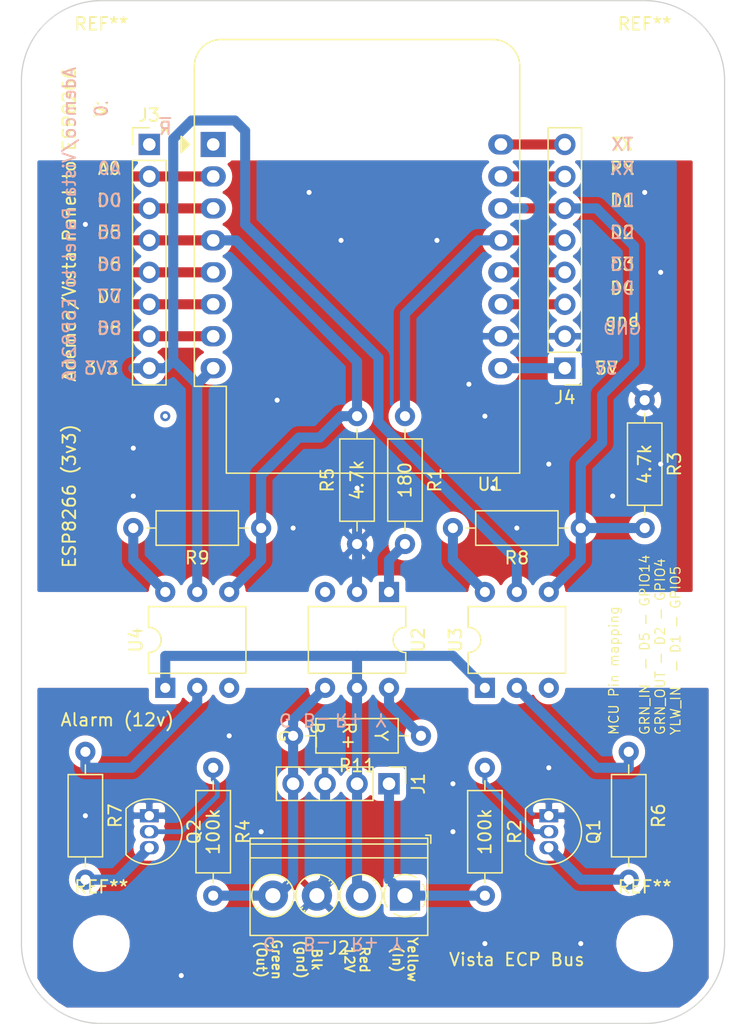
<source format=kicad_pcb>
(kicad_pcb (version 20171130) (host pcbnew "(5.1.2-1)-1")
  (layers (0 F.Cu signal) (31 B.Cu signal) (34 B.Paste user) (35 F.Paste user) (36 B.SilkS user) (37 F.SilkS user) (38 B.Mask user) (39 F.Mask user) (44 Edge.Cuts user))
  (net 0 "")
  (net 1 /Green)
  (net 2 /Black)
  (net 3 /Red)
  (net 4 /Yellow)
  (net 5 "Net-(R1-Pad2)")
  (net 6 /GREENOUT)
  (net 7 GND)
  (net 8 "Net-(R7-Pad1)")
  (net 9 /GREENIN)
  (net 10 /YELLOWIN)
  (net 11 +3V3)
  (net 12 "Net-(U2-Pad3)")
  (net 13 "Net-(U3-Pad3)")
  (net 14 "Net-(U4-Pad3)")
  (net 15 "Net-(Q1-Pad3)")
  (net 16 "Net-(Q1-Pad2)")
  (net 17 "Net-(Q2-Pad3)")
  (net 18 "Net-(Q2-Pad2)")
  (net 19 "Net-(R6-Pad1)")
  (net 20 "Net-(R8-Pad2)")
  (net 21 "Net-(R9-Pad2)")
  (net 22 "Net-(R11-Pad1)")
  (net 23 /D8)
  (net 24 /D7)
  (net 25 /D6)
  (net 26 /D0)
  (net 27 /A0)
  (net 28 /~RST)
  (net 29 /TX)
  (net 30 /RX)
  (net 31 /D3)
  (net 32 /D4)
  (net 33 /5V)
  (module Connector_PinHeader_2.54mm:PinHeader_1x08_P2.54mm_Vertical (layer F.Cu) (at 127 140.97 180)
    (fp_text reference J4 (at 0 -2.33) (layer F.SilkS))
    (fp_text value Conn_01x08_Male)
    (fp_line (start -1.33 -1.33) (end 0 -1.33) (layer F.SilkS) (width 0.12))
    (fp_line (start -1.33 0) (end -1.33 -1.33) (layer F.SilkS) (width 0.12))
    (fp_line (start -1.33 1.27) (end 1.33 1.27) (layer F.SilkS) (width 0.12))
    (fp_line (start 1.33 1.27) (end 1.33 19.11) (layer F.SilkS) (width 0.12))
    (fp_line (start -1.33 1.27) (end -1.33 19.11) (layer F.SilkS) (width 0.12))
    (fp_line (start -1.33 19.11) (end 1.33 19.11) (layer F.SilkS) (width 0.12))
    (pad 8 thru_hole oval (at 0 17.78 180) (size 1.7 1.7) (drill 1) (layers *.Cu *.Mask) (net 29 /TX))
    (pad 7 thru_hole oval (at 0 15.24 180) (size 1.7 1.7) (drill 1) (layers *.Cu *.Mask) (net 30 /RX))
    (pad 6 thru_hole oval (at 0 12.7 180) (size 1.7 1.7) (drill 1) (layers *.Cu *.Mask) (net 10 /YELLOWIN))
    (pad 5 thru_hole oval (at 0 10.16 180) (size 1.7 1.7) (drill 1) (layers *.Cu *.Mask) (net 6 /GREENOUT))
    (pad 4 thru_hole oval (at 0 7.62 180) (size 1.7 1.7) (drill 1) (layers *.Cu *.Mask) (net 31 /D3))
    (pad 3 thru_hole oval (at 0 5.08 180) (size 1.7 1.7) (drill 1) (layers *.Cu *.Mask) (net 32 /D4))
    (pad 2 thru_hole oval (at 0 2.54 180) (size 1.7 1.7) (drill 1) (layers *.Cu *.Mask) (net 7 GND))
    (pad 1 thru_hole rect (at 0 0 180) (size 1.7 1.7) (drill 1) (layers *.Cu *.Mask) (net 33 /5V))
  )
  (module Connector_PinHeader_2.54mm:PinHeader_1x08_P2.54mm_Vertical (layer F.Cu) (at 93.98 123.19)
    (fp_text reference J3 (at 0 -2.33) (layer F.SilkS))
    (fp_text value Conn_01x08_Male)
    (fp_line (start -1.33 -1.33) (end 0 -1.33) (layer F.SilkS) (width 0.12))
    (fp_line (start -1.33 0) (end -1.33 -1.33) (layer F.SilkS) (width 0.12))
    (fp_line (start -1.33 1.27) (end 1.33 1.27) (layer F.SilkS) (width 0.12))
    (fp_line (start 1.33 1.27) (end 1.33 19.11) (layer F.SilkS) (width 0.12))
    (fp_line (start -1.33 1.27) (end -1.33 19.11) (layer F.SilkS) (width 0.12))
    (fp_line (start -1.33 19.11) (end 1.33 19.11) (layer F.SilkS) (width 0.12))
    (pad 8 thru_hole oval (at 0 17.78) (size 1.7 1.7) (drill 1) (layers *.Cu *.Mask) (net 11 +3V3))
    (pad 7 thru_hole oval (at 0 15.24) (size 1.7 1.7) (drill 1) (layers *.Cu *.Mask) (net 23 /D8))
    (pad 6 thru_hole oval (at 0 12.7) (size 1.7 1.7) (drill 1) (layers *.Cu *.Mask) (net 24 /D7))
    (pad 5 thru_hole oval (at 0 10.16) (size 1.7 1.7) (drill 1) (layers *.Cu *.Mask) (net 25 /D6))
    (pad 4 thru_hole oval (at 0 7.62) (size 1.7 1.7) (drill 1) (layers *.Cu *.Mask) (net 9 /GREENIN))
    (pad 3 thru_hole oval (at 0 5.08) (size 1.7 1.7) (drill 1) (layers *.Cu *.Mask) (net 26 /D0))
    (pad 2 thru_hole oval (at 0 2.54) (size 1.7 1.7) (drill 1) (layers *.Cu *.Mask) (net 27 /A0))
    (pad 1 thru_hole rect (at 0 0) (size 1.7 1.7) (drill 1) (layers *.Cu *.Mask) (net 28 /~RST))
  )
  (module Resistor_THT:R_Axial_DIN0207_L6.3mm_D2.5mm_P10.16mm_Horizontal (layer F.Cu) (at 115.57 170.18 180)
    (fp_text reference R11 (at 5.08 -2.37) (layer F.SilkS))
    (fp_text value 1M)
    (fp_line (start 9.12 0) (end 8.35 0) (layer F.SilkS) (width 0.12))
    (fp_line (start 1.04 0) (end 1.81 0) (layer F.SilkS) (width 0.12))
    (fp_line (start 8.35 -1.37) (end 1.81 -1.37) (layer F.SilkS) (width 0.12))
    (fp_line (start 8.35 1.37) (end 8.35 -1.37) (layer F.SilkS) (width 0.12))
    (fp_line (start 1.81 1.37) (end 8.35 1.37) (layer F.SilkS) (width 0.12))
    (fp_line (start 1.81 -1.37) (end 1.81 1.37) (layer F.SilkS) (width 0.12))
    (pad 2 thru_hole oval (at 10.16 0 180) (size 1.6 1.6) (drill 0.8) (layers *.Cu *.Mask) (net 1 /Green))
    (pad 1 thru_hole circle (at 0 0 180) (size 1.6 1.6) (drill 0.8) (layers *.Cu *.Mask) (net 22 "Net-(R11-Pad1)"))
  )
  (module MountingHole:MountingHole_3.5mm (layer F.Cu) (at 90.17 186.69)
    (fp_text reference REF** (at 0 -4.5) (layer F.SilkS))
    (fp_text value MountingHole_3.5mm)
    (pad 1 np_thru_hole circle (at 0 0) (size 3.5 3.5) (drill 3.5) (layers *.Cu *.Mask))
  )
  (module MountingHole:MountingHole_3.5mm (layer F.Cu) (at 133.35 186.69)
    (fp_text reference REF** (at 0 -4.5) (layer F.SilkS))
    (fp_text value MountingHole_3.5mm)
    (pad 1 np_thru_hole circle (at 0 0) (size 3.5 3.5) (drill 3.5) (layers *.Cu *.Mask))
  )
  (module MountingHole:MountingHole_3.5mm (layer F.Cu) (at 90.17 118.11)
    (fp_text reference REF** (at 0 -4.5) (layer F.SilkS))
    (fp_text value MountingHole_3.5mm)
    (pad 1 np_thru_hole circle (at 0 0) (size 3.5 3.5) (drill 3.5) (layers *.Cu *.Mask))
  )
  (module MountingHole:MountingHole_3.5mm (layer F.Cu) (at 133.35 118.11)
    (fp_text reference REF** (at 0 -4.5) (layer F.SilkS))
    (fp_text value MountingHole_3.5mm)
    (pad 1 np_thru_hole circle (at 0 0) (size 3.5 3.5) (drill 3.5) (layers *.Cu *.Mask))
  )
  (module Connector_PinHeader_2.54mm:PinHeader_1x04_P2.54mm_Vertical (layer F.Cu) (at 113.03 173.99 270)
    (fp_text reference J1 (at 0 -2.33 90) (layer F.SilkS))
    (fp_text value Conn_01x04_Male)
    (fp_line (start -1.33 -1.33) (end 0 -1.33) (layer F.SilkS) (width 0.12))
    (fp_line (start -1.33 0) (end -1.33 -1.33) (layer F.SilkS) (width 0.12))
    (fp_line (start -1.33 1.27) (end 1.33 1.27) (layer F.SilkS) (width 0.12))
    (fp_line (start 1.33 1.27) (end 1.33 8.95) (layer F.SilkS) (width 0.12))
    (fp_line (start -1.33 1.27) (end -1.33 8.95) (layer F.SilkS) (width 0.12))
    (fp_line (start -1.33 8.95) (end 1.33 8.95) (layer F.SilkS) (width 0.12))
    (pad 4 thru_hole oval (at 0 7.62 270) (size 1.7 1.7) (drill 1) (layers *.Cu *.Mask) (net 1 /Green))
    (pad 3 thru_hole oval (at 0 5.08 270) (size 1.7 1.7) (drill 1) (layers *.Cu *.Mask) (net 2 /Black))
    (pad 2 thru_hole oval (at 0 2.54 270) (size 1.7 1.7) (drill 1) (layers *.Cu *.Mask) (net 3 /Red))
    (pad 1 thru_hole rect (at 0 0 270) (size 1.7 1.7) (drill 1) (layers *.Cu *.Mask) (net 4 /Yellow))
  )
  (module Package_DIP:DIP-6_W7.62mm (layer F.Cu) (at 95.25 166.37 90)
    (fp_text reference U4 (at 3.81 -2.33 90) (layer F.SilkS))
    (fp_text value 4N36)
    (fp_line (start 6.46 -1.33) (end 4.81 -1.33) (layer F.SilkS) (width 0.12))
    (fp_line (start 6.46 6.41) (end 6.46 -1.33) (layer F.SilkS) (width 0.12))
    (fp_line (start 1.16 6.41) (end 6.46 6.41) (layer F.SilkS) (width 0.12))
    (fp_line (start 1.16 -1.33) (end 1.16 6.41) (layer F.SilkS) (width 0.12))
    (fp_line (start 2.81 -1.33) (end 1.16 -1.33) (layer F.SilkS) (width 0.12))
    (fp_arc (start 3.81 -1.33) (end 2.81 -1.33) (angle -180) (layer F.SilkS) (width 0.12))
    (pad 6 thru_hole oval (at 7.62 0 90) (size 1.6 1.6) (drill 0.8) (layers *.Cu *.Mask) (net 21 "Net-(R9-Pad2)"))
    (pad 3 thru_hole oval (at 0 5.08 90) (size 1.6 1.6) (drill 0.8) (layers *.Cu *.Mask) (net 14 "Net-(U4-Pad3)"))
    (pad 5 thru_hole oval (at 7.62 2.54 90) (size 1.6 1.6) (drill 0.8) (layers *.Cu *.Mask) (net 11 +3V3))
    (pad 2 thru_hole oval (at 0 2.54 90) (size 1.6 1.6) (drill 0.8) (layers *.Cu *.Mask) (net 8 "Net-(R7-Pad1)"))
    (pad 4 thru_hole oval (at 7.62 5.08 90) (size 1.6 1.6) (drill 0.8) (layers *.Cu *.Mask) (net 9 /GREENIN))
    (pad 1 thru_hole rect (at 0 0 90) (size 1.6 1.6) (drill 0.8) (layers *.Cu *.Mask) (net 3 /Red))
  )
  (module Package_DIP:DIP-6_W7.62mm (layer F.Cu) (at 120.65 166.37 90)
    (fp_text reference U3 (at 3.81 -2.33 90) (layer F.SilkS))
    (fp_text value 4N36)
    (fp_line (start 6.46 -1.33) (end 4.81 -1.33) (layer F.SilkS) (width 0.12))
    (fp_line (start 6.46 6.41) (end 6.46 -1.33) (layer F.SilkS) (width 0.12))
    (fp_line (start 1.16 6.41) (end 6.46 6.41) (layer F.SilkS) (width 0.12))
    (fp_line (start 1.16 -1.33) (end 1.16 6.41) (layer F.SilkS) (width 0.12))
    (fp_line (start 2.81 -1.33) (end 1.16 -1.33) (layer F.SilkS) (width 0.12))
    (fp_arc (start 3.81 -1.33) (end 2.81 -1.33) (angle -180) (layer F.SilkS) (width 0.12))
    (pad 6 thru_hole oval (at 7.62 0 90) (size 1.6 1.6) (drill 0.8) (layers *.Cu *.Mask) (net 20 "Net-(R8-Pad2)"))
    (pad 3 thru_hole oval (at 0 5.08 90) (size 1.6 1.6) (drill 0.8) (layers *.Cu *.Mask) (net 13 "Net-(U3-Pad3)"))
    (pad 5 thru_hole oval (at 7.62 2.54 90) (size 1.6 1.6) (drill 0.8) (layers *.Cu *.Mask) (net 11 +3V3))
    (pad 2 thru_hole oval (at 0 2.54 90) (size 1.6 1.6) (drill 0.8) (layers *.Cu *.Mask) (net 19 "Net-(R6-Pad1)"))
    (pad 4 thru_hole oval (at 7.62 5.08 90) (size 1.6 1.6) (drill 0.8) (layers *.Cu *.Mask) (net 10 /YELLOWIN))
    (pad 1 thru_hole rect (at 0 0 90) (size 1.6 1.6) (drill 0.8) (layers *.Cu *.Mask) (net 3 /Red))
  )
  (module Package_DIP:DIP-6_W7.62mm (layer F.Cu) (at 113.03 158.75 270)
    (fp_text reference U2 (at 3.81 -2.33 90) (layer F.SilkS))
    (fp_text value 4N36)
    (fp_line (start 6.46 -1.33) (end 4.81 -1.33) (layer F.SilkS) (width 0.12))
    (fp_line (start 6.46 6.41) (end 6.46 -1.33) (layer F.SilkS) (width 0.12))
    (fp_line (start 1.16 6.41) (end 6.46 6.41) (layer F.SilkS) (width 0.12))
    (fp_line (start 1.16 -1.33) (end 1.16 6.41) (layer F.SilkS) (width 0.12))
    (fp_line (start 2.81 -1.33) (end 1.16 -1.33) (layer F.SilkS) (width 0.12))
    (fp_arc (start 3.81 -1.33) (end 2.81 -1.33) (angle -180) (layer F.SilkS) (width 0.12))
    (pad 6 thru_hole oval (at 7.62 0 270) (size 1.6 1.6) (drill 0.8) (layers *.Cu *.Mask) (net 22 "Net-(R11-Pad1)"))
    (pad 3 thru_hole oval (at 0 5.08 270) (size 1.6 1.6) (drill 0.8) (layers *.Cu *.Mask) (net 12 "Net-(U2-Pad3)"))
    (pad 5 thru_hole oval (at 7.62 2.54 270) (size 1.6 1.6) (drill 0.8) (layers *.Cu *.Mask) (net 3 /Red))
    (pad 2 thru_hole oval (at 0 2.54 270) (size 1.6 1.6) (drill 0.8) (layers *.Cu *.Mask) (net 7 GND))
    (pad 4 thru_hole oval (at 7.62 5.08 270) (size 1.6 1.6) (drill 0.8) (layers *.Cu *.Mask) (net 1 /Green))
    (pad 1 thru_hole rect (at 0 0 270) (size 1.6 1.6) (drill 0.8) (layers *.Cu *.Mask) (net 5 "Net-(R1-Pad2)"))
  )
  (module Resistor_THT:R_Axial_DIN0207_L6.3mm_D2.5mm_P10.16mm_Horizontal (layer F.Cu) (at 102.87 153.67 180)
    (fp_text reference R9 (at 5.08 -2.37) (layer F.SilkS))
    (fp_text value 1M)
    (fp_line (start 9.12 0) (end 8.35 0) (layer F.SilkS) (width 0.12))
    (fp_line (start 1.04 0) (end 1.81 0) (layer F.SilkS) (width 0.12))
    (fp_line (start 8.35 -1.37) (end 1.81 -1.37) (layer F.SilkS) (width 0.12))
    (fp_line (start 8.35 1.37) (end 8.35 -1.37) (layer F.SilkS) (width 0.12))
    (fp_line (start 1.81 1.37) (end 8.35 1.37) (layer F.SilkS) (width 0.12))
    (fp_line (start 1.81 -1.37) (end 1.81 1.37) (layer F.SilkS) (width 0.12))
    (pad 2 thru_hole oval (at 10.16 0 180) (size 1.6 1.6) (drill 0.8) (layers *.Cu *.Mask) (net 21 "Net-(R9-Pad2)"))
    (pad 1 thru_hole circle (at 0 0 180) (size 1.6 1.6) (drill 0.8) (layers *.Cu *.Mask) (net 9 /GREENIN))
  )
  (module Resistor_THT:R_Axial_DIN0207_L6.3mm_D2.5mm_P10.16mm_Horizontal (layer F.Cu) (at 128.27 153.67 180)
    (fp_text reference R8 (at 5.08 -2.37) (layer F.SilkS))
    (fp_text value 1M)
    (fp_line (start 9.12 0) (end 8.35 0) (layer F.SilkS) (width 0.12))
    (fp_line (start 1.04 0) (end 1.81 0) (layer F.SilkS) (width 0.12))
    (fp_line (start 8.35 -1.37) (end 1.81 -1.37) (layer F.SilkS) (width 0.12))
    (fp_line (start 8.35 1.37) (end 8.35 -1.37) (layer F.SilkS) (width 0.12))
    (fp_line (start 1.81 1.37) (end 8.35 1.37) (layer F.SilkS) (width 0.12))
    (fp_line (start 1.81 -1.37) (end 1.81 1.37) (layer F.SilkS) (width 0.12))
    (pad 2 thru_hole oval (at 10.16 0 180) (size 1.6 1.6) (drill 0.8) (layers *.Cu *.Mask) (net 20 "Net-(R8-Pad2)"))
    (pad 1 thru_hole circle (at 0 0 180) (size 1.6 1.6) (drill 0.8) (layers *.Cu *.Mask) (net 10 /YELLOWIN))
  )
  (module Resistor_THT:R_Axial_DIN0207_L6.3mm_D2.5mm_P10.16mm_Horizontal (layer F.Cu) (at 88.9 171.45 270)
    (fp_text reference R7 (at 5.08 -2.37 90) (layer F.SilkS))
    (fp_text value 2k)
    (fp_line (start 9.12 0) (end 8.35 0) (layer F.SilkS) (width 0.12))
    (fp_line (start 1.04 0) (end 1.81 0) (layer F.SilkS) (width 0.12))
    (fp_line (start 8.35 -1.37) (end 1.81 -1.37) (layer F.SilkS) (width 0.12))
    (fp_line (start 8.35 1.37) (end 8.35 -1.37) (layer F.SilkS) (width 0.12))
    (fp_line (start 1.81 1.37) (end 8.35 1.37) (layer F.SilkS) (width 0.12))
    (fp_line (start 1.81 -1.37) (end 1.81 1.37) (layer F.SilkS) (width 0.12))
    (pad 2 thru_hole oval (at 10.16 0 270) (size 1.6 1.6) (drill 0.8) (layers *.Cu *.Mask) (net 17 "Net-(Q2-Pad3)"))
    (pad 1 thru_hole circle (at 0 0 270) (size 1.6 1.6) (drill 0.8) (layers *.Cu *.Mask) (net 8 "Net-(R7-Pad1)"))
  )
  (module Resistor_THT:R_Axial_DIN0207_L6.3mm_D2.5mm_P10.16mm_Horizontal (layer F.Cu) (at 132.08 171.45 270)
    (fp_text reference R6 (at 5.08 -2.37 90) (layer F.SilkS))
    (fp_text value 2k)
    (fp_line (start 9.12 0) (end 8.35 0) (layer F.SilkS) (width 0.12))
    (fp_line (start 1.04 0) (end 1.81 0) (layer F.SilkS) (width 0.12))
    (fp_line (start 8.35 -1.37) (end 1.81 -1.37) (layer F.SilkS) (width 0.12))
    (fp_line (start 8.35 1.37) (end 8.35 -1.37) (layer F.SilkS) (width 0.12))
    (fp_line (start 1.81 1.37) (end 8.35 1.37) (layer F.SilkS) (width 0.12))
    (fp_line (start 1.81 -1.37) (end 1.81 1.37) (layer F.SilkS) (width 0.12))
    (pad 2 thru_hole oval (at 10.16 0 270) (size 1.6 1.6) (drill 0.8) (layers *.Cu *.Mask) (net 15 "Net-(Q1-Pad3)"))
    (pad 1 thru_hole circle (at 0 0 270) (size 1.6 1.6) (drill 0.8) (layers *.Cu *.Mask) (net 19 "Net-(R6-Pad1)"))
  )
  (module Package_TO_SOT_THT:TO-92_Inline (layer F.Cu) (at 93.98 176.53 270)
    (fp_text reference Q2 (at 1.27 -3.56 90) (layer F.SilkS))
    (fp_text value 2N3904)
    (fp_arc (start 1.27 0) (end 1.27 -2.6) (angle 135) (layer F.SilkS) (width 0.12))
    (fp_arc (start 1.27 0) (end 1.27 -2.6) (angle -135) (layer F.SilkS) (width 0.12))
    (fp_line (start -0.53 1.85) (end 3.07 1.85) (layer F.SilkS) (width 0.12))
    (pad 1 thru_hole rect (at 0 0 270) (size 1.05 1.5) (drill 0.75) (layers *.Cu *.Mask) (net 2 /Black))
    (pad 3 thru_hole oval (at 2.54 0 270) (size 1.05 1.5) (drill 0.75) (layers *.Cu *.Mask) (net 17 "Net-(Q2-Pad3)"))
    (pad 2 thru_hole oval (at 1.27 0 270) (size 1.05 1.5) (drill 0.75) (layers *.Cu *.Mask) (net 18 "Net-(Q2-Pad2)"))
  )
  (module Package_TO_SOT_THT:TO-92_Inline (layer F.Cu) (at 125.73 176.53 270)
    (fp_text reference Q1 (at 1.27 -3.56 90) (layer F.SilkS))
    (fp_text value 2N3904)
    (fp_arc (start 1.27 0) (end 1.27 -2.6) (angle 135) (layer F.SilkS) (width 0.12))
    (fp_arc (start 1.27 0) (end 1.27 -2.6) (angle -135) (layer F.SilkS) (width 0.12))
    (fp_line (start -0.53 1.85) (end 3.07 1.85) (layer F.SilkS) (width 0.12))
    (pad 1 thru_hole rect (at 0 0 270) (size 1.05 1.5) (drill 0.75) (layers *.Cu *.Mask) (net 2 /Black))
    (pad 3 thru_hole oval (at 2.54 0 270) (size 1.05 1.5) (drill 0.75) (layers *.Cu *.Mask) (net 15 "Net-(Q1-Pad3)"))
    (pad 2 thru_hole oval (at 1.27 0 270) (size 1.05 1.5) (drill 0.75) (layers *.Cu *.Mask) (net 16 "Net-(Q1-Pad2)"))
  )
  (module Resistor_THT:R_Axial_DIN0207_L6.3mm_D2.5mm_P10.16mm_Horizontal (layer F.Cu) (at 99.06 172.72 270)
    (fp_text reference R4 (at 5.08 -2.37 90) (layer F.SilkS))
    (fp_text value 100k (at 5.08 0 90) (layer F.SilkS))
    (fp_line (start 9.12 0) (end 8.35 0) (layer F.SilkS) (width 0.12))
    (fp_line (start 1.04 0) (end 1.81 0) (layer F.SilkS) (width 0.12))
    (fp_line (start 8.35 -1.37) (end 1.81 -1.37) (layer F.SilkS) (width 0.12))
    (fp_line (start 8.35 1.37) (end 8.35 -1.37) (layer F.SilkS) (width 0.12))
    (fp_line (start 1.81 1.37) (end 8.35 1.37) (layer F.SilkS) (width 0.12))
    (fp_line (start 1.81 -1.37) (end 1.81 1.37) (layer F.SilkS) (width 0.12))
    (pad 2 thru_hole oval (at 10.16 0 270) (size 1.6 1.6) (drill 0.8) (layers *.Cu *.Mask) (net 1 /Green))
    (pad 1 thru_hole circle (at 0 0 270) (size 1.6 1.6) (drill 0.8) (layers *.Cu *.Mask) (net 18 "Net-(Q2-Pad2)"))
  )
  (module Module:WEMOS_D1_mini_light (layer F.Cu) (at 99.06 123.19)
    (fp_text reference U1 (at 22 27) (layer F.SilkS))
    (fp_text value WeMos_D1_mini)
    (fp_arc (start 22.23 -6.21) (end 24.36 -6.21) (angle -90) (layer F.SilkS) (width 0.12))
    (fp_arc (start 0.63 -6.21) (end 0.63 -8.34) (angle -90) (layer F.SilkS) (width 0.12))
    (fp_line (start 1.04 19.22) (end 1.04 26.12) (layer F.SilkS) (width 0.12))
    (fp_line (start -1.5 19.22) (end 1.04 19.22) (layer F.SilkS) (width 0.12))
    (fp_poly (pts (xy -2.54 -0.635) (xy -2.54 0.635) (xy -1.905 0)) (layer F.SilkS) (width 0.15))
    (fp_line (start 22.24 -8.34) (end 0.63 -8.34) (layer F.SilkS) (width 0.12))
    (fp_line (start 24.36 26.12) (end 24.36 -6.21) (layer F.SilkS) (width 0.12))
    (fp_line (start -1.5 19.22) (end -1.5 -6.21) (layer F.SilkS) (width 0.12))
    (fp_line (start 1.04 26.12) (end 24.36 26.12) (layer F.SilkS) (width 0.12))
    (pad 16 thru_hole oval (at 22.86 0) (size 2 1.6) (drill 1) (layers *.Cu *.Mask) (net 29 /TX))
    (pad 15 thru_hole oval (at 22.86 2.54) (size 2 1.6) (drill 1) (layers *.Cu *.Mask) (net 30 /RX))
    (pad 14 thru_hole oval (at 22.86 5.08) (size 2 1.6) (drill 1) (layers *.Cu *.Mask) (net 10 /YELLOWIN))
    (pad 13 thru_hole oval (at 22.86 7.62) (size 2 1.6) (drill 1) (layers *.Cu *.Mask) (net 6 /GREENOUT))
    (pad 12 thru_hole oval (at 22.86 10.16) (size 2 1.6) (drill 1) (layers *.Cu *.Mask) (net 31 /D3))
    (pad 11 thru_hole oval (at 22.86 12.7) (size 2 1.6) (drill 1) (layers *.Cu *.Mask) (net 32 /D4))
    (pad 10 thru_hole oval (at 22.86 15.24) (size 2 1.6) (drill 1) (layers *.Cu *.Mask) (net 7 GND))
    (pad 9 thru_hole oval (at 22.86 17.78) (size 2 1.6) (drill 1) (layers *.Cu *.Mask) (net 33 /5V))
    (pad 8 thru_hole oval (at 0 17.78) (size 2 1.6) (drill 1) (layers *.Cu *.Mask) (net 11 +3V3))
    (pad 7 thru_hole oval (at 0 15.24) (size 2 1.6) (drill 1) (layers *.Cu *.Mask) (net 23 /D8))
    (pad 6 thru_hole oval (at 0 12.7) (size 2 1.6) (drill 1) (layers *.Cu *.Mask) (net 24 /D7))
    (pad 5 thru_hole oval (at 0 10.16) (size 2 1.6) (drill 1) (layers *.Cu *.Mask) (net 25 /D6))
    (pad 4 thru_hole oval (at 0 7.62) (size 2 1.6) (drill 1) (layers *.Cu *.Mask) (net 9 /GREENIN))
    (pad 3 thru_hole oval (at 0 5.08) (size 2 1.6) (drill 1) (layers *.Cu *.Mask) (net 26 /D0))
    (pad 1 thru_hole rect (at 0 0) (size 2 2) (drill 1) (layers *.Cu *.Mask) (net 28 /~RST))
    (pad 2 thru_hole oval (at 0 2.54) (size 2 1.6) (drill 1) (layers *.Cu *.Mask) (net 27 /A0))
  )
  (module TerminalBlock_Phoenix:TerminalBlock_Phoenix_PT-1,5-4-3.5-H_1x04_P3.50mm_Horizontal (layer F.Cu) (at 114.3 182.88 180)
    (fp_text reference J2 (at 5.25 -4.16) (layer F.SilkS))
    (fp_text value Screw_Terminal_01x04)
    (fp_line (start -2.05 4.8) (end -1.65 4.8) (layer F.SilkS) (width 0.12))
    (fp_line (start -2.05 4.16) (end -2.05 4.8) (layer F.SilkS) (width 0.12))
    (fp_line (start 9.355 0.941) (end 9.226 1.069) (layer F.SilkS) (width 0.12))
    (fp_line (start 11.57 -1.275) (end 11.476 -1.181) (layer F.SilkS) (width 0.12))
    (fp_line (start 9.525 1.181) (end 9.431 1.274) (layer F.SilkS) (width 0.12))
    (fp_line (start 11.775 -1.069) (end 11.646 -0.941) (layer F.SilkS) (width 0.12))
    (fp_line (start 5.855 0.941) (end 5.726 1.069) (layer F.SilkS) (width 0.12))
    (fp_line (start 8.07 -1.275) (end 7.976 -1.181) (layer F.SilkS) (width 0.12))
    (fp_line (start 6.025 1.181) (end 5.931 1.274) (layer F.SilkS) (width 0.12))
    (fp_line (start 8.275 -1.069) (end 8.146 -0.941) (layer F.SilkS) (width 0.12))
    (fp_line (start 2.355 0.941) (end 2.226 1.069) (layer F.SilkS) (width 0.12))
    (fp_line (start 4.57 -1.275) (end 4.476 -1.181) (layer F.SilkS) (width 0.12))
    (fp_line (start 2.525 1.181) (end 2.431 1.274) (layer F.SilkS) (width 0.12))
    (fp_line (start 4.775 -1.069) (end 4.646 -0.941) (layer F.SilkS) (width 0.12))
    (fp_line (start 12.31 -3.16) (end 12.31 4.56) (layer F.SilkS) (width 0.12))
    (fp_line (start -1.81 -3.16) (end -1.81 4.56) (layer F.SilkS) (width 0.12))
    (fp_line (start -1.81 4.56) (end 12.31 4.56) (layer F.SilkS) (width 0.12))
    (fp_line (start -1.81 -3.16) (end 12.31 -3.16) (layer F.SilkS) (width 0.12))
    (fp_line (start -1.81 3) (end 12.31 3) (layer F.SilkS) (width 0.12))
    (fp_line (start -1.81 4.1) (end 12.31 4.1) (layer F.SilkS) (width 0.12))
    (fp_circle (center 10.5 0) (end 12.18 0) (layer F.SilkS) (width 0.12))
    (fp_circle (center 7 0) (end 8.68 0) (layer F.SilkS) (width 0.12))
    (fp_circle (center 3.5 0) (end 5.18 0) (layer F.SilkS) (width 0.12))
    (fp_arc (start 0 0) (end -0.866 1.44) (angle -32) (layer F.SilkS) (width 0.12))
    (fp_arc (start 0 0) (end -1.44 -0.866) (angle -63) (layer F.SilkS) (width 0.12))
    (fp_arc (start 0 0) (end 0.866 -1.44) (angle -63) (layer F.SilkS) (width 0.12))
    (fp_arc (start 0 0) (end 1.425 0.891) (angle -64) (layer F.SilkS) (width 0.12))
    (fp_arc (start 0 0) (end 0 1.68) (angle -32) (layer F.SilkS) (width 0.12))
    (pad 4 thru_hole circle (at 10.5 0 180) (size 2.4 2.4) (drill 1.2) (layers *.Cu *.Mask) (net 1 /Green))
    (pad 3 thru_hole circle (at 7 0 180) (size 2.4 2.4) (drill 1.2) (layers *.Cu *.Mask) (net 2 /Black))
    (pad 2 thru_hole circle (at 3.5 0 180) (size 2.4 2.4) (drill 1.2) (layers *.Cu *.Mask) (net 3 /Red))
    (pad 1 thru_hole rect (at 0 0 180) (size 2.4 2.4) (drill 1.2) (layers *.Cu *.Mask) (net 4 /Yellow))
  )
  (module Resistor_THT:R_Axial_DIN0207_L6.3mm_D2.5mm_P10.16mm_Horizontal (layer F.Cu) (at 114.3 144.78 270)
    (fp_text reference R1 (at 5.08 -2.37 90) (layer F.SilkS))
    (fp_text value 180 (at 5.08 0 90) (layer F.SilkS))
    (fp_line (start 9.12 0) (end 8.35 0) (layer F.SilkS) (width 0.12))
    (fp_line (start 1.04 0) (end 1.81 0) (layer F.SilkS) (width 0.12))
    (fp_line (start 8.35 -1.37) (end 1.81 -1.37) (layer F.SilkS) (width 0.12))
    (fp_line (start 8.35 1.37) (end 8.35 -1.37) (layer F.SilkS) (width 0.12))
    (fp_line (start 1.81 1.37) (end 8.35 1.37) (layer F.SilkS) (width 0.12))
    (fp_line (start 1.81 -1.37) (end 1.81 1.37) (layer F.SilkS) (width 0.12))
    (pad 2 thru_hole oval (at 10.16 0 270) (size 1.6 1.6) (drill 0.8) (layers *.Cu *.Mask) (net 5 "Net-(R1-Pad2)"))
    (pad 1 thru_hole circle (at 0 0 270) (size 1.6 1.6) (drill 0.8) (layers *.Cu *.Mask) (net 6 /GREENOUT))
  )
  (module Resistor_THT:R_Axial_DIN0207_L6.3mm_D2.5mm_P10.16mm_Horizontal (layer F.Cu) (at 133.35 143.51 270)
    (fp_text reference R3 (at 5.08 -2.37 90) (layer F.SilkS))
    (fp_text value 4.7k (at 5.08 0 90) (layer F.SilkS))
    (fp_line (start 9.12 0) (end 8.35 0) (layer F.SilkS) (width 0.12))
    (fp_line (start 1.04 0) (end 1.81 0) (layer F.SilkS) (width 0.12))
    (fp_line (start 8.35 -1.37) (end 1.81 -1.37) (layer F.SilkS) (width 0.12))
    (fp_line (start 8.35 1.37) (end 8.35 -1.37) (layer F.SilkS) (width 0.12))
    (fp_line (start 1.81 1.37) (end 8.35 1.37) (layer F.SilkS) (width 0.12))
    (fp_line (start 1.81 -1.37) (end 1.81 1.37) (layer F.SilkS) (width 0.12))
    (pad 2 thru_hole oval (at 10.16 0 270) (size 1.6 1.6) (drill 0.8) (layers *.Cu *.Mask) (net 10 /YELLOWIN))
    (pad 1 thru_hole circle (at 0 0 270) (size 1.6 1.6) (drill 0.8) (layers *.Cu *.Mask) (net 7 GND))
  )
  (module Resistor_THT:R_Axial_DIN0207_L6.3mm_D2.5mm_P10.16mm_Horizontal (layer F.Cu) (at 110.49 154.94 90)
    (fp_text reference R5 (at 5.08 -2.37 90) (layer F.SilkS))
    (fp_text value 4.7k (at 5.08 0 90) (layer F.SilkS))
    (fp_line (start 9.12 0) (end 8.35 0) (layer F.SilkS) (width 0.12))
    (fp_line (start 1.04 0) (end 1.81 0) (layer F.SilkS) (width 0.12))
    (fp_line (start 8.35 -1.37) (end 1.81 -1.37) (layer F.SilkS) (width 0.12))
    (fp_line (start 8.35 1.37) (end 8.35 -1.37) (layer F.SilkS) (width 0.12))
    (fp_line (start 1.81 1.37) (end 8.35 1.37) (layer F.SilkS) (width 0.12))
    (fp_line (start 1.81 -1.37) (end 1.81 1.37) (layer F.SilkS) (width 0.12))
    (pad 2 thru_hole oval (at 10.16 0 90) (size 1.6 1.6) (drill 0.8) (layers *.Cu *.Mask) (net 9 /GREENIN))
    (pad 1 thru_hole circle (at 0 0 90) (size 1.6 1.6) (drill 0.8) (layers *.Cu *.Mask) (net 7 GND))
  )
  (module Resistor_THT:R_Axial_DIN0207_L6.3mm_D2.5mm_P10.16mm_Horizontal (layer F.Cu) (at 120.65 172.72 270)
    (fp_text reference R2 (at 5.08 -2.37 90) (layer F.SilkS))
    (fp_text value 100k (at 5.08 0 90) (layer F.SilkS))
    (fp_line (start 9.12 0) (end 8.35 0) (layer F.SilkS) (width 0.12))
    (fp_line (start 1.04 0) (end 1.81 0) (layer F.SilkS) (width 0.12))
    (fp_line (start 8.35 -1.37) (end 1.81 -1.37) (layer F.SilkS) (width 0.12))
    (fp_line (start 8.35 1.37) (end 8.35 -1.37) (layer F.SilkS) (width 0.12))
    (fp_line (start 1.81 1.37) (end 8.35 1.37) (layer F.SilkS) (width 0.12))
    (fp_line (start 1.81 -1.37) (end 1.81 1.37) (layer F.SilkS) (width 0.12))
    (pad 2 thru_hole oval (at 10.16 0 270) (size 1.6 1.6) (drill 0.8) (layers *.Cu *.Mask) (net 4 /Yellow))
    (pad 1 thru_hole circle (at 0 0 270) (size 1.6 1.6) (drill 0.8) (layers *.Cu *.Mask) (net 16 "Net-(Q1-Pad2)"))
  )
  (gr_text "MCU Pin mapping\n\nGRN_IN  — D5 — GPIO14\nGRN_OUT — D2 — GPIO4\nYLW_IN  — D1 — GPIO5" (at 133.35 170.18 90) (layer F.SilkS) (effects (font (size 0.762 0.762) (thickness 0.1016)) (justify left)))
  (gr_text "Vista ECP Bus" (at 123.19 187.96) (layer F.SilkS) (effects (font (size 1 1))))
  (gr_text "Blk\n(gnd)" (at 106.68 187.96 270) (layer F.SilkS) (effects (font (size 0.75 0.75))))
  (gr_text "Red\n12V" (at 110.49 187.96 270) (layer F.SilkS) (effects (font (size 0.75 0.75))))
  (gr_text "Yellow\n(In)" (at 114.3 187.96 270) (layer F.SilkS) (effects (font (size 0.75 0.75))))
  (gr_text B- (at 107.315 186.69 180) (layer B.SilkS) (effects (font (size 1 1)) (justify mirror)))
  (gr_text G (at 103.505 186.69 180) (layer B.SilkS) (effects (font (size 1 1)) (justify mirror)))
  (gr_text "Green\n(Out)" (at 103.505 187.96 270) (layer F.SilkS) (effects (font (size 0.75 0.75))))
  (gr_text Y (at 113.665 186.69 180) (layer B.SilkS) (effects (font (size 1 1)) (justify mirror)))
  (gr_text R+ (at 111.125 186.69 180) (layer B.SilkS) (effects (font (size 1 1)) (justify mirror)))
  (gr_line (start 139.7 186.69) (end 139.7 118.11) (layer Edge.Cuts) (width 0.1))
  (gr_arc (start 133.35 186.69) (end 133.35 193.04) (angle -90) (layer Edge.Cuts) (width 0.1))
  (gr_line (start 90.17 193.04) (end 133.35 193.04) (layer Edge.Cuts) (width 0.1))
  (gr_arc (start 90.17 186.69) (end 83.82 186.69) (angle -90) (layer Edge.Cuts) (width 0.1))
  (gr_line (start 83.82 118.11) (end 83.82 186.69) (layer Edge.Cuts) (width 0.1))
  (gr_arc (start 90.17 118.11) (end 90.17 111.76) (angle -90) (layer Edge.Cuts) (width 0.1))
  (gr_line (start 133.35 111.76) (end 90.17 111.76) (layer Edge.Cuts) (width 0.1))
  (gr_arc (start 133.35 118.11) (end 139.7 118.11) (angle -90) (layer Edge.Cuts) (width 0.1))
  (gr_text RX (at 131.572 125.095) (layer B.SilkS) (effects (font (size 1 1)) (justify mirror)))
  (gr_text D1 (at 131.572 127.635) (layer B.SilkS) (effects (font (size 1 1)) (justify mirror)))
  (gr_text D2 (at 131.572 130.175) (layer B.SilkS) (effects (font (size 1 1)) (justify mirror)))
  (gr_text D3 (at 131.572 132.715) (layer B.SilkS) (effects (font (size 1 1)) (justify mirror)))
  (gr_text D4 (at 131.572 134.62) (layer B.SilkS) (effects (font (size 1 1)) (justify mirror)))
  (gr_text GND (at 131.572 137.795) (layer B.SilkS) (effects (font (size 1 1)) (justify mirror)))
  (gr_text 5V (at 130.302 140.97) (layer B.SilkS) (effects (font (size 1 1)) (justify mirror)))
  (gr_text TX (at 131.572 123.19) (layer B.SilkS) (effects (font (size 1 1)) (justify mirror)))
  (gr_text 3V3 (at 90.17 140.97) (layer B.SilkS) (effects (font (size 1 1)) (justify mirror)))
  (gr_text D8 (at 90.805 137.795) (layer B.SilkS) (effects (font (size 1 1)) (justify mirror)))
  (gr_text D7 (at 90.805 135.255) (layer B.SilkS) (effects (font (size 1 1)) (justify mirror)))
  (gr_text D6 (at 90.805 132.715) (layer B.SilkS) (effects (font (size 1 1)) (justify mirror)))
  (gr_text D5 (at 90.805 130.175) (layer B.SilkS) (effects (font (size 1 1)) (justify mirror)))
  (gr_text D0 (at 90.805 127.635) (layer B.SilkS) (effects (font (size 1 1)) (justify mirror)))
  (gr_text A0 (at 90.805 125.095) (layer B.SilkS) (effects (font (size 1 1)) (justify mirror)))
  (gr_text ~R (at 95.25 121.92) (layer B.SilkS) (effects (font (size 1 1)) (justify mirror)))
  (gr_text D5 (at 90.805 130.175) (layer F.SilkS) (effects (font (size 1 1))))
  (gr_text TX (at 131.572 123.19) (layer F.SilkS) (effects (font (size 1 1))))
  (gr_text RX (at 131.572 125.095) (layer F.SilkS) (effects (font (size 1 1))))
  (gr_text D1 (at 131.572 127.635) (layer F.SilkS) (effects (font (size 1 1))))
  (gr_text D2 (at 131.572 130.175) (layer F.SilkS) (effects (font (size 1 1))))
  (gr_text D3 (at 131.572 132.715) (layer F.SilkS) (effects (font (size 1 1))))
  (gr_text D4 (at 131.572 134.62) (layer F.SilkS) (effects (font (size 1 1))))
  (gr_text 5V (at 130.302 140.97) (layer F.SilkS) (effects (font (size 1 1))))
  (gr_text D8 (at 90.805 137.795) (layer F.SilkS) (effects (font (size 1 1))))
  (gr_text D7 (at 90.805 135.255) (layer F.SilkS) (effects (font (size 1 1))))
  (gr_text D6 (at 90.805 132.715) (layer F.SilkS) (effects (font (size 1 1))))
  (gr_text D0 (at 90.805 127.635) (layer F.SilkS) (effects (font (size 1 1))))
  (gr_text A0 (at 90.805 125.095) (layer F.SilkS) (effects (font (size 1 1))))
  (gr_text ~R (at 95.25 121.92) (layer F.SilkS) (effects (font (size 1 1))))
  (gr_text V1.0 (at 90.17 119.38 90) (layer F.SilkS) (effects (font (size 1 1))))
  (gr_text "Ademco/Vista Panel to ESP8266" (at 87.63 129.54 90) (layer B.SilkS) (effects (font (size 1 1)) (justify mirror)))
  (gr_text V1.0 (at 90.17 119.38 90) (layer B.SilkS) (effects (font (size 1 1)) (justify mirror)))
  (gr_text G (at 104.775 168.91 180) (layer B.SilkS) (effects (font (size 1 1)) (justify mirror)))
  (gr_text B- (at 107.315 168.91 180) (layer B.SilkS) (effects (font (size 1 1)) (justify mirror)))
  (gr_text R+ (at 109.855 168.91 180) (layer B.SilkS) (effects (font (size 1 1)) (justify mirror)))
  (gr_text Y (at 112.395 168.91 180) (layer B.SilkS) (effects (font (size 1 1)) (justify mirror)))
  (gr_text "Ademco/Vista Panel to ESP8266" (at 87.63 129.54 90) (layer F.SilkS) (effects (font (size 1 1))))
  (gr_text "ESP8266 (3v3)" (at 87.63 151.13 90) (layer F.SilkS) (effects (font (size 1 1))))
  (gr_text "Alarm (12v)" (at 91.44 168.91) (layer F.SilkS) (effects (font (size 1 1))))
  (gr_text G (at 104.775 170.18 270) (layer F.SilkS) (effects (font (size 1 1))))
  (gr_text B- (at 107.315 170.18 270) (layer F.SilkS) (effects (font (size 1 1))))
  (gr_text R+ (at 109.855 170.18 270) (layer F.SilkS) (effects (font (size 1 1))))
  (gr_text Y (at 112.395 170.18 270) (layer F.SilkS) (effects (font (size 1 1))))
  (gr_text gnd (at 131.572 137.16) (layer F.SilkS) (effects (font (size 1 1))))
  (gr_text 3v3 (at 90.17 140.97) (layer F.SilkS) (effects (font (size 1 1))))
  (via (at 95.25 144.78) (size 0.8) (drill 0.4) (layers F.Cu B.Cu) (net 0))
  (segment (start 104.14 182.88) (end 99.06 182.88) (width 0.8) (layer B.Cu) (net 1))
  (segment (start 105.41 181.61) (end 104.14 182.88) (width 0.8) (layer B.Cu) (net 1))
  (segment (start 105.41 173.99) (end 105.41 181.61) (width 0.8) (layer B.Cu) (net 1))
  (segment (start 105.41 168.91) (end 107.95 166.37) (width 0.8) (layer B.Cu) (net 1))
  (segment (start 105.41 173.99) (end 105.41 168.91) (width 0.8) (layer B.Cu) (net 1))
  (segment (start 107.95 181.61) (end 106.68 182.88) (width 0.8) (layer B.Cu) (net 2))
  (segment (start 107.95 173.99) (end 107.95 181.61) (width 0.8) (layer B.Cu) (net 2))
  (via (at 96.52 189.23) (size 0.8) (drill 0.4) (layers F.Cu B.Cu) (net 2))
  (via (at 100.33 170.18) (size 0.8) (drill 0.4) (layers F.Cu B.Cu) (net 2))
  (via (at 118.11 173.99) (size 0.8) (drill 0.4) (layers F.Cu B.Cu) (net 2))
  (via (at 128.27 186.69) (size 0.8) (drill 0.4) (layers F.Cu B.Cu) (net 2))
  (via (at 125.73 172.72) (size 0.8) (drill 0.4) (layers F.Cu B.Cu) (net 2))
  (via (at 120.65 186.69) (size 0.8) (drill 0.4) (layers F.Cu B.Cu) (net 2))
  (via (at 88.9 176.53) (size 0.8) (drill 0.4) (layers F.Cu B.Cu) (net 2))
  (via (at 102.87 177.8) (size 0.8) (drill 0.4) (layers F.Cu B.Cu) (net 2))
  (via (at 118.11 177.8) (size 0.8) (drill 0.4) (layers F.Cu B.Cu) (net 2))
  (segment (start 110.49 166.37) (end 110.49 173.99) (width 0.8) (layer B.Cu) (net 3))
  (segment (start 110.49 182.88) (end 110.49 173.99) (width 0.8) (layer B.Cu) (net 3))
  (segment (start 118.11 163.83) (end 120.65 166.37) (width 0.8) (layer B.Cu) (net 3))
  (segment (start 95.25 166.37) (end 95.25 163.83) (width 0.8) (layer B.Cu) (net 3))
  (segment (start 110.49 166.37) (end 110.49 163.83) (width 0.8) (layer B.Cu) (net 3))
  (segment (start 110.49 163.83) (end 118.11 163.83) (width 0.8) (layer B.Cu) (net 3))
  (segment (start 95.25 163.83) (end 110.49 163.83) (width 0.8) (layer B.Cu) (net 3))
  (segment (start 120.65 182.88) (end 114.3 182.88) (width 0.8) (layer B.Cu) (net 4))
  (segment (start 113.03 181.61) (end 114.3 182.88) (width 0.8) (layer B.Cu) (net 4))
  (segment (start 113.03 173.99) (end 113.03 181.61) (width 0.8) (layer B.Cu) (net 4))
  (segment (start 113.03 156.21) (end 114.3 154.94) (width 0.8) (layer B.Cu) (net 5))
  (segment (start 113.03 158.75) (end 113.03 156.21) (width 0.8) (layer B.Cu) (net 5))
  (segment (start 120.12 130.81) (end 121.92 130.81) (width 0.8) (layer B.Cu) (net 6))
  (segment (start 114.3 136.63) (end 120.12 130.81) (width 0.8) (layer B.Cu) (net 6))
  (segment (start 114.3 144.78) (end 114.3 136.63) (width 0.8) (layer B.Cu) (net 6))
  (segment (start 121.92 130.81) (end 127 130.81) (width 0.8) (layer F.Cu) (net 6))
  (segment (start 110.49 154.94) (end 110.49 158.75) (width 0.8) (layer B.Cu) (net 7))
  (via (at 110.49 150.495) (size 0.8) (drill 0.4) (layers F.Cu B.Cu) (net 7))
  (segment (start 110.49 154.94) (end 110.49 150.495) (width 0.8) (layer B.Cu) (net 7))
  (via (at 121.285 150.495) (size 0.8) (drill 0.4) (layers F.Cu B.Cu) (net 7))
  (segment (start 110.49 150.495) (end 121.285 150.495) (width 0.8) (layer F.Cu) (net 7))
  (via (at 109.22 130.81) (size 0.8) (drill 0.4) (layers F.Cu B.Cu) (net 7))
  (via (at 116.84 130.81) (size 0.8) (drill 0.4) (layers F.Cu B.Cu) (net 7))
  (via (at 119.38 142.24) (size 0.8) (drill 0.4) (layers F.Cu B.Cu) (net 7))
  (via (at 125.73 148.59) (size 0.8) (drill 0.4) (layers F.Cu B.Cu) (net 7))
  (via (at 120.65 144.78) (size 0.8) (drill 0.4) (layers F.Cu B.Cu) (net 7))
  (via (at 92.71 147.32) (size 0.8) (drill 0.4) (layers F.Cu B.Cu) (net 7))
  (via (at 104.14 143.51) (size 0.8) (drill 0.4) (layers F.Cu B.Cu) (net 7))
  (via (at 133.35 127) (size 0.8) (drill 0.4) (layers F.Cu B.Cu) (net 7))
  (via (at 134.62 133.35) (size 0.8) (drill 0.4) (layers F.Cu B.Cu) (net 7))
  (via (at 88.9 129.54) (size 0.8) (drill 0.4) (layers F.Cu B.Cu) (net 7))
  (via (at 106.68 127) (size 0.8) (drill 0.4) (layers F.Cu B.Cu) (net 7))
  (via (at 92.71 151.13) (size 0.8) (drill 0.4) (layers F.Cu B.Cu) (net 7))
  (via (at 105.41 153.67) (size 0.8) (drill 0.4) (layers F.Cu B.Cu) (net 7))
  (via (at 123.19 153.67) (size 0.8) (drill 0.4) (layers F.Cu B.Cu) (net 7))
  (via (at 130.81 151.13) (size 0.8) (drill 0.4) (layers F.Cu B.Cu) (net 7))
  (via (at 134.62 148.59) (size 0.8) (drill 0.4) (layers F.Cu B.Cu) (net 7))
  (segment (start 97.79 167.50137) (end 97.79 166.37) (width 0.8) (layer B.Cu) (net 8))
  (segment (start 92.57137 172.72) (end 97.79 167.50137) (width 0.8) (layer B.Cu) (net 8))
  (segment (start 88.9 172.72) (end 92.57137 172.72) (width 0.8) (layer B.Cu) (net 8))
  (segment (start 88.9 172.72) (end 88.9 171.45) (width 0.8) (layer B.Cu) (net 8))
  (segment (start 102.87 156.21) (end 100.33 158.75) (width 0.8) (layer B.Cu) (net 9))
  (segment (start 102.87 153.67) (end 102.87 156.21) (width 0.8) (layer B.Cu) (net 9))
  (segment (start 110.49 144.78) (end 109.22 144.78) (width 0.8) (layer B.Cu) (net 9))
  (segment (start 100.96001 130.91001) (end 100.86 130.81) (width 0.8) (layer B.Cu) (net 9))
  (segment (start 107.519999 146.480001) (end 105.863999 146.480001) (width 0.8) (layer B.Cu) (net 9))
  (segment (start 100.86 130.81) (end 99.06 130.81) (width 0.8) (layer B.Cu) (net 9))
  (segment (start 109.22 144.78) (end 107.519999 146.480001) (width 0.8) (layer B.Cu) (net 9))
  (segment (start 102.87 149.474) (end 105.863999 146.480001) (width 0.8) (layer B.Cu) (net 9))
  (segment (start 102.87 153.67) (end 102.87 149.474) (width 0.8) (layer B.Cu) (net 9))
  (segment (start 110.49 140.44) (end 110.49 144.78) (width 0.8) (layer B.Cu) (net 9))
  (segment (start 100.86 130.81) (end 110.49 140.44) (width 0.8) (layer B.Cu) (net 9))
  (segment (start 92.71 130.81) (end 99.06 130.81) (width 0.8) (layer F.Cu) (net 9))
  (segment (start 128.27 156.21) (end 125.73 158.75) (width 0.8) (layer B.Cu) (net 10))
  (segment (start 128.27 153.67) (end 128.27 156.21) (width 0.8) (layer B.Cu) (net 10))
  (segment (start 121.92 128.27) (end 123.72 128.27) (width 0.8) (layer B.Cu) (net 10))
  (segment (start 121.92 128.27) (end 127 128.27) (width 0.8) (layer F.Cu) (net 10))
  (segment (start 129.970001 146.889999) (end 129.970001 143.079999) (width 0.8) (layer B.Cu) (net 10))
  (segment (start 128.27 148.59) (end 129.970001 146.889999) (width 0.8) (layer B.Cu) (net 10))
  (segment (start 129.970001 143.079999) (end 130.81 142.24) (width 0.8) (layer B.Cu) (net 10))
  (segment (start 128.27 153.67) (end 128.27 148.59) (width 0.8) (layer B.Cu) (net 10))
  (segment (start 129.516002 128.27) (end 128.202081 128.27) (width 0.8) (layer B.Cu) (net 10))
  (segment (start 128.202081 128.27) (end 127 128.27) (width 0.8) (layer B.Cu) (net 10))
  (segment (start 132.510001 131.263999) (end 129.516002 128.27) (width 0.8) (layer B.Cu) (net 10))
  (segment (start 132.510001 140.539999) (end 132.510001 131.263999) (width 0.8) (layer B.Cu) (net 10))
  (segment (start 130.81 142.24) (end 132.510001 140.539999) (width 0.8) (layer B.Cu) (net 10))
  (segment (start 128.27 153.67) (end 133.35 153.67) (width 0.8) (layer B.Cu) (net 10))
  (segment (start 97.79 142.24) (end 99.06 140.97) (width 0.8) (layer B.Cu) (net 11))
  (segment (start 97.79 158.75) (end 97.79 142.24) (width 0.8) (layer B.Cu) (net 11))
  (segment (start 95.885 140.335) (end 97.79 142.24) (width 0.8) (layer B.Cu) (net 11))
  (segment (start 95.885 122.744998) (end 95.885 140.335) (width 0.8) (layer B.Cu) (net 11))
  (segment (start 97.344998 121.285) (end 95.885 122.744998) (width 0.8) (layer B.Cu) (net 11))
  (segment (start 100.775002 121.285) (end 97.344998 121.285) (width 0.8) (layer B.Cu) (net 11))
  (segment (start 101.6 122.109998) (end 100.775002 121.285) (width 0.8) (layer B.Cu) (net 11))
  (segment (start 101.6 129.54) (end 101.6 122.109998) (width 0.8) (layer B.Cu) (net 11))
  (segment (start 112.190001 140.130001) (end 101.6 129.54) (width 0.8) (layer B.Cu) (net 11))
  (segment (start 112.190001 145.233999) (end 112.190001 140.130001) (width 0.8) (layer B.Cu) (net 11))
  (segment (start 123.19 156.233998) (end 112.190001 145.233999) (width 0.8) (layer B.Cu) (net 11))
  (segment (start 123.19 158.75) (end 123.19 156.233998) (width 0.8) (layer B.Cu) (net 11))
  (segment (start 95.25 140.97) (end 92.71 140.97) (width 0.8) (layer B.Cu) (net 11))
  (segment (start 95.885 140.335) (end 95.25 140.97) (width 0.8) (layer B.Cu) (net 11))
  (segment (start 128.27 181.61) (end 125.88501 179.22501) (width 0.8) (layer B.Cu) (net 15))
  (segment (start 132.08 181.61) (end 128.27 181.61) (width 0.8) (layer B.Cu) (net 15))
  (segment (start 120.65 173.895002) (end 120.65 173.85137) (width 0.3) (layer B.Cu) (net 16))
  (segment (start 120.65 173.85137) (end 120.65 172.72) (width 0.4) (layer B.Cu) (net 16))
  (segment (start 120.65 173.87) (end 120.65 173.85137) (width 0.4) (layer B.Cu) (net 16))
  (segment (start 124.58 177.8) (end 120.65 173.87) (width 0.4) (layer B.Cu) (net 16))
  (segment (start 125.73 177.8) (end 124.58 177.8) (width 0.4) (layer B.Cu) (net 16))
  (segment (start 91.44 181.61) (end 93.82499 179.22501) (width 0.8) (layer B.Cu) (net 17))
  (segment (start 88.9 181.61) (end 91.44 181.61) (width 0.8) (layer B.Cu) (net 17))
  (segment (start 98.749496 175.58801) (end 98.73199 175.58801) (width 0.38) (layer B.Cu) (net 18))
  (segment (start 99.38801 174.949496) (end 98.749496 175.58801) (width 0.38) (layer B.Cu) (net 18))
  (segment (start 99.38801 173.968505) (end 99.38801 174.949496) (width 0.38) (layer B.Cu) (net 18))
  (segment (start 99.06 173.640495) (end 99.38801 173.968505) (width 0.38) (layer B.Cu) (net 18))
  (segment (start 99.06 172.72) (end 99.06 173.640495) (width 0.38) (layer B.Cu) (net 18))
  (segment (start 96.52 177.8) (end 93.98 177.8) (width 0.38) (layer B.Cu) (net 18))
  (segment (start 98.73199 175.58801) (end 96.52 177.8) (width 0.38) (layer B.Cu) (net 18))
  (segment (start 129.54 172.72) (end 132.08 172.72) (width 0.8) (layer B.Cu) (net 19))
  (segment (start 123.19 166.37) (end 129.54 172.72) (width 0.8) (layer B.Cu) (net 19))
  (segment (start 132.08 172.72) (end 132.08 171.45) (width 0.8) (layer B.Cu) (net 19))
  (segment (start 118.11 156.21) (end 120.65 158.75) (width 0.8) (layer B.Cu) (net 20))
  (segment (start 118.11 153.67) (end 118.11 156.21) (width 0.8) (layer B.Cu) (net 20))
  (segment (start 92.71 156.21) (end 95.25 158.75) (width 0.8) (layer B.Cu) (net 21))
  (segment (start 92.71 153.67) (end 92.71 156.21) (width 0.8) (layer B.Cu) (net 21))
  (segment (start 113.03 167.64) (end 115.57 170.18) (width 0.8) (layer B.Cu) (net 22))
  (segment (start 113.03 166.37) (end 113.03 167.64) (width 0.8) (layer B.Cu) (net 22))
  (segment (start 99.06 138.43) (end 92.71 138.43) (width 0.8) (layer F.Cu) (net 23))
  (segment (start 99.06 135.89) (end 92.71 135.89) (width 0.8) (layer F.Cu) (net 24))
  (segment (start 99.06 133.35) (end 92.71 133.35) (width 0.8) (layer F.Cu) (net 25))
  (segment (start 99.06 128.27) (end 92.71 128.27) (width 0.8) (layer F.Cu) (net 26))
  (segment (start 92.71 125.73) (end 99.06 125.73) (width 0.8) (layer F.Cu) (net 27))
  (segment (start 121.92 123.19) (end 127 123.19) (width 0.8) (layer F.Cu) (net 29))
  (segment (start 127 125.73) (end 121.92 125.73) (width 0.8) (layer F.Cu) (net 30))
  (segment (start 121.92 133.35) (end 127 133.35) (width 0.8) (layer F.Cu) (net 31))
  (segment (start 127 135.89) (end 121.92 135.89) (width 0.8) (layer F.Cu) (net 32))
  (segment (start 127 140.97) (end 121.92 140.97) (width 0.8) (layer B.Cu) (net 33))
  (zone (net 2) (net_name /Black) (layer B.Cu) (connect_pads (clearance 0.508)) (min_thickness 0.254) (fill yes (arc_segments 32) (thermal_gap 0.508) (thermal_bridge_width 0.508))
    (polygon (pts (xy 138.43 191.77) (xy 85.09 191.77) (xy 85.09 166.37) (xy 138.43 166.37)))
  )
  (zone (net 7) (net_name GND) (layer B.Cu) (connect_pads (clearance 0.508)) (min_thickness 0.254) (fill yes (arc_segments 32) (thermal_gap 0.508) (thermal_bridge_width 0.508))
    (polygon (pts (xy 135.89 158.75) (xy 85.09 158.75) (xy 85.09 124.46) (xy 135.89 124.46)))
  )
  (zone (net 7) (net_name GND) (layer B.Cu) (connect_pads (clearance 0.508)) (min_thickness 0.254) (fill yes (arc_segments 32) (thermal_gap 0.508) (thermal_bridge_width 0.508))
    (polygon (pts (xy 135.89 158.75) (xy 85.09 158.75) (xy 85.09 124.46) (xy 135.89 124.46)))
  )
  (zone (net 7) (net_name GND) (layer F.Cu) (connect_pads (clearance 0.508)) (min_thickness 0.254) (fill yes (arc_segments 32) (thermal_gap 0.508) (thermal_bridge_width 0.508))
    (polygon (pts (xy 137.16 158.75) (xy 86.36 158.75) (xy 86.36 124.46) (xy 137.16 124.46)))
  )
  (zone (net 2) (net_name /Black) (layer F.Cu) (connect_pads (clearance 0.508)) (min_thickness 0.254) (fill yes (arc_segments 32) (thermal_gap 0.508) (thermal_bridge_width 0.508))
    (polygon (pts (xy 138.43 191.77) (xy 85.09 191.77) (xy 85.09 166.37) (xy 138.43 166.37)))
  )
)
</source>
